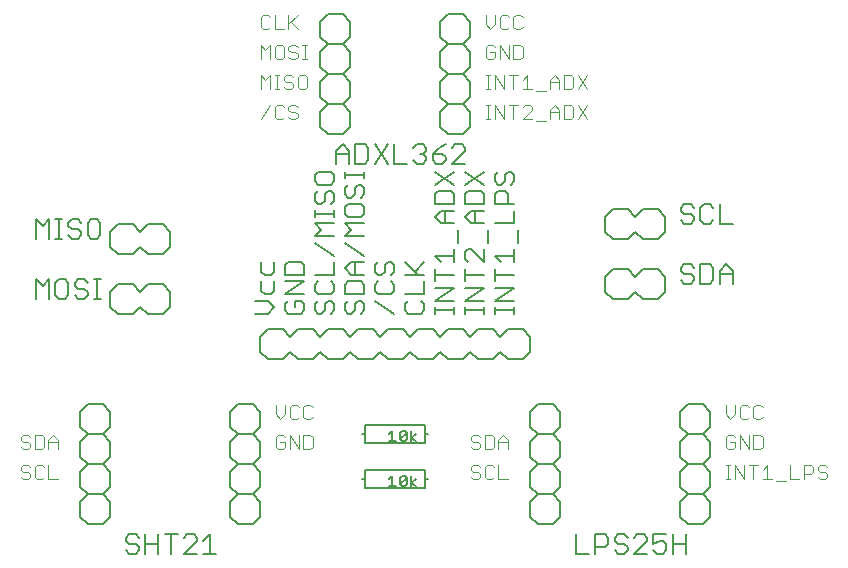
<source format=gto>
G04 This is an RS-274x file exported by *
G04 gerbv version 2.6.1 *
G04 More information is available about gerbv at *
G04 http://gerbv.geda-project.org/ *
G04 --End of header info--*
%MOIN*%
%FSLAX34Y34*%
%IPPOS*%
G04 --Define apertures--*
%ADD10C,0.0060*%
%ADD11C,0.0040*%
%ADD12C,0.0080*%
G04 --Start main section--*
G54D10*
G01X0005100Y0002850D02*
G01X0005100Y0003350D01*
G01X0005100Y0003350D02*
G01X0005350Y0003600D01*
G01X0005350Y0003600D02*
G01X0005100Y0003850D01*
G01X0005100Y0003850D02*
G01X0005100Y0004350D01*
G01X0005100Y0004350D02*
G01X0005350Y0004600D01*
G01X0005350Y0004600D02*
G01X0005100Y0004850D01*
G01X0005100Y0004850D02*
G01X0005100Y0005350D01*
G01X0005100Y0005350D02*
G01X0005350Y0005600D01*
G01X0005350Y0005600D02*
G01X0005100Y0005850D01*
G01X0005100Y0005850D02*
G01X0005100Y0006350D01*
G01X0005100Y0006350D02*
G01X0005350Y0006600D01*
G01X0005350Y0006600D02*
G01X0005850Y0006600D01*
G01X0005850Y0006600D02*
G01X0006100Y0006350D01*
G01X0006100Y0006350D02*
G01X0006100Y0005850D01*
G01X0006100Y0005850D02*
G01X0005850Y0005600D01*
G01X0005850Y0005600D02*
G01X0006100Y0005350D01*
G01X0006100Y0005350D02*
G01X0006100Y0004850D01*
G01X0006100Y0004850D02*
G01X0005850Y0004600D01*
G01X0005850Y0004600D02*
G01X0005350Y0004600D01*
G01X0005850Y0004600D02*
G01X0006100Y0004350D01*
G01X0006100Y0004350D02*
G01X0006100Y0003850D01*
G01X0006100Y0003850D02*
G01X0005850Y0003600D01*
G01X0005850Y0003600D02*
G01X0006100Y0003350D01*
G01X0006100Y0003350D02*
G01X0006100Y0002850D01*
G01X0006100Y0002850D02*
G01X0005850Y0002600D01*
G01X0005850Y0002600D02*
G01X0005350Y0002600D01*
G01X0005350Y0002600D02*
G01X0005100Y0002850D01*
G01X0005350Y0003600D02*
G01X0005850Y0003600D01*
G01X0006737Y0002271D02*
G01X0006630Y0002164D01*
G01X0006630Y0002164D02*
G01X0006630Y0002057D01*
G01X0006630Y0002057D02*
G01X0006737Y0001950D01*
G01X0006737Y0001950D02*
G01X0006950Y0001950D01*
G01X0006950Y0001950D02*
G01X0007057Y0001844D01*
G01X0007057Y0001844D02*
G01X0007057Y0001737D01*
G01X0007057Y0001737D02*
G01X0006950Y0001630D01*
G01X0006950Y0001630D02*
G01X0006737Y0001630D01*
G01X0006737Y0001630D02*
G01X0006630Y0001737D01*
G01X0006737Y0002271D02*
G01X0006950Y0002271D01*
G01X0006950Y0002271D02*
G01X0007057Y0002164D01*
G01X0007275Y0002271D02*
G01X0007275Y0001630D01*
G01X0007702Y0001630D02*
G01X0007702Y0002271D01*
G01X0007919Y0002271D02*
G01X0008346Y0002271D01*
G01X0008133Y0002271D02*
G01X0008133Y0001630D01*
G01X0008564Y0001630D02*
G01X0008991Y0002057D01*
G01X0008991Y0002057D02*
G01X0008991Y0002164D01*
G01X0008991Y0002164D02*
G01X0008884Y0002271D01*
G01X0008884Y0002271D02*
G01X0008670Y0002271D01*
G01X0008670Y0002271D02*
G01X0008564Y0002164D01*
G01X0009208Y0002057D02*
G01X0009422Y0002271D01*
G01X0009422Y0002271D02*
G01X0009422Y0001630D01*
G01X0009208Y0001630D02*
G01X0009635Y0001630D01*
G01X0008991Y0001630D02*
G01X0008564Y0001630D01*
G01X0007702Y0001950D02*
G01X0007275Y0001950D01*
G01X0010100Y0002850D02*
G01X0010100Y0003350D01*
G01X0010100Y0003350D02*
G01X0010350Y0003600D01*
G01X0010350Y0003600D02*
G01X0010100Y0003850D01*
G01X0010100Y0003850D02*
G01X0010100Y0004350D01*
G01X0010100Y0004350D02*
G01X0010350Y0004600D01*
G01X0010350Y0004600D02*
G01X0010100Y0004850D01*
G01X0010100Y0004850D02*
G01X0010100Y0005350D01*
G01X0010100Y0005350D02*
G01X0010350Y0005600D01*
G01X0010350Y0005600D02*
G01X0010100Y0005850D01*
G01X0010100Y0005850D02*
G01X0010100Y0006350D01*
G01X0010100Y0006350D02*
G01X0010350Y0006600D01*
G01X0010350Y0006600D02*
G01X0010850Y0006600D01*
G01X0010850Y0006600D02*
G01X0011100Y0006350D01*
G01X0011100Y0006350D02*
G01X0011100Y0005850D01*
G01X0011100Y0005850D02*
G01X0010850Y0005600D01*
G01X0010850Y0005600D02*
G01X0011100Y0005350D01*
G01X0011100Y0005350D02*
G01X0011100Y0004850D01*
G01X0011100Y0004850D02*
G01X0010850Y0004600D01*
G01X0010850Y0004600D02*
G01X0010350Y0004600D01*
G01X0010850Y0004600D02*
G01X0011100Y0004350D01*
G01X0011100Y0004350D02*
G01X0011100Y0003850D01*
G01X0011100Y0003850D02*
G01X0010850Y0003600D01*
G01X0010850Y0003600D02*
G01X0011100Y0003350D01*
G01X0011100Y0003350D02*
G01X0011100Y0002850D01*
G01X0011100Y0002850D02*
G01X0010850Y0002600D01*
G01X0010850Y0002600D02*
G01X0010350Y0002600D01*
G01X0010350Y0002600D02*
G01X0010100Y0002850D01*
G01X0010350Y0003600D02*
G01X0010850Y0003600D01*
G01X0010850Y0005600D02*
G01X0010350Y0005600D01*
G01X0005850Y0005600D02*
G01X0005350Y0005600D01*
G01X0010930Y0009630D02*
G01X0011357Y0009630D01*
G01X0011357Y0009630D02*
G01X0011570Y0009844D01*
G01X0011570Y0009844D02*
G01X0011357Y0010057D01*
G01X0011357Y0010057D02*
G01X0010930Y0010057D01*
G01X0011250Y0010275D02*
G01X0011463Y0010275D01*
G01X0011463Y0010275D02*
G01X0011570Y0010381D01*
G01X0011570Y0010381D02*
G01X0011570Y0010702D01*
G01X0011463Y0010919D02*
G01X0011570Y0011026D01*
G01X0011570Y0011026D02*
G01X0011570Y0011346D01*
G01X0011930Y0011239D02*
G01X0011930Y0010919D01*
G01X0011930Y0010919D02*
G01X0012570Y0010919D01*
G01X0012570Y0010919D02*
G01X0012570Y0011239D01*
G01X0012570Y0011239D02*
G01X0012463Y0011346D01*
G01X0012463Y0011346D02*
G01X0012036Y0011346D01*
G01X0012036Y0011346D02*
G01X0011930Y0011239D01*
G01X0011463Y0010919D02*
G01X0011250Y0010919D01*
G01X0011250Y0010919D02*
G01X0011143Y0011026D01*
G01X0011143Y0011026D02*
G01X0011143Y0011346D01*
G01X0011143Y0010702D02*
G01X0011143Y0010381D01*
G01X0011143Y0010381D02*
G01X0011250Y0010275D01*
G01X0011930Y0010275D02*
G01X0012570Y0010702D01*
G01X0012570Y0010702D02*
G01X0011930Y0010702D01*
G01X0011930Y0010275D02*
G01X0012570Y0010275D01*
G01X0012463Y0010057D02*
G01X0012250Y0010057D01*
G01X0012250Y0010057D02*
G01X0012250Y0009844D01*
G01X0012036Y0009630D02*
G01X0012463Y0009630D01*
G01X0012463Y0009630D02*
G01X0012570Y0009737D01*
G01X0012570Y0009737D02*
G01X0012570Y0009950D01*
G01X0012570Y0009950D02*
G01X0012463Y0010057D01*
G01X0012930Y0009950D02*
G01X0012930Y0009737D01*
G01X0012930Y0009737D02*
G01X0013036Y0009630D01*
G01X0013036Y0009630D02*
G01X0013143Y0009630D01*
G01X0013143Y0009630D02*
G01X0013250Y0009737D01*
G01X0013250Y0009737D02*
G01X0013250Y0009950D01*
G01X0013250Y0009950D02*
G01X0013357Y0010057D01*
G01X0013357Y0010057D02*
G01X0013463Y0010057D01*
G01X0013463Y0010057D02*
G01X0013570Y0009950D01*
G01X0013570Y0009950D02*
G01X0013570Y0009737D01*
G01X0013570Y0009737D02*
G01X0013463Y0009630D01*
G01X0013930Y0009737D02*
G01X0014036Y0009630D01*
G01X0014036Y0009630D02*
G01X0014143Y0009630D01*
G01X0014143Y0009630D02*
G01X0014250Y0009737D01*
G01X0014250Y0009737D02*
G01X0014250Y0009950D01*
G01X0014250Y0009950D02*
G01X0014357Y0010057D01*
G01X0014357Y0010057D02*
G01X0014463Y0010057D01*
G01X0014463Y0010057D02*
G01X0014570Y0009950D01*
G01X0014570Y0009950D02*
G01X0014570Y0009737D01*
G01X0014570Y0009737D02*
G01X0014463Y0009630D01*
G01X0013930Y0009737D02*
G01X0013930Y0009950D01*
G01X0013930Y0009950D02*
G01X0014036Y0010057D01*
G01X0013930Y0010275D02*
G01X0013930Y0010595D01*
G01X0013930Y0010595D02*
G01X0014036Y0010702D01*
G01X0014036Y0010702D02*
G01X0014463Y0010702D01*
G01X0014463Y0010702D02*
G01X0014570Y0010595D01*
G01X0014570Y0010595D02*
G01X0014570Y0010275D01*
G01X0014570Y0010275D02*
G01X0013930Y0010275D01*
G01X0013570Y0010381D02*
G01X0013570Y0010595D01*
G01X0013570Y0010595D02*
G01X0013463Y0010702D01*
G01X0013570Y0010919D02*
G01X0013570Y0011346D01*
G01X0013570Y0011564D02*
G01X0012930Y0011991D01*
G01X0012930Y0012208D02*
G01X0013143Y0012422D01*
G01X0013143Y0012422D02*
G01X0012930Y0012635D01*
G01X0012930Y0012635D02*
G01X0013570Y0012635D01*
G01X0013570Y0012853D02*
G01X0013570Y0013066D01*
G01X0013570Y0012960D02*
G01X0012930Y0012960D01*
G01X0012930Y0012853D02*
G01X0012930Y0013066D01*
G01X0013036Y0013282D02*
G01X0013143Y0013282D01*
G01X0013143Y0013282D02*
G01X0013250Y0013389D01*
G01X0013250Y0013389D02*
G01X0013250Y0013603D01*
G01X0013250Y0013603D02*
G01X0013357Y0013709D01*
G01X0013357Y0013709D02*
G01X0013463Y0013709D01*
G01X0013463Y0013709D02*
G01X0013570Y0013603D01*
G01X0013570Y0013603D02*
G01X0013570Y0013389D01*
G01X0013570Y0013389D02*
G01X0013463Y0013282D01*
G01X0013930Y0013173D02*
G01X0014036Y0013280D01*
G01X0014036Y0013280D02*
G01X0014463Y0013280D01*
G01X0014463Y0013280D02*
G01X0014570Y0013173D01*
G01X0014570Y0013173D02*
G01X0014570Y0012960D01*
G01X0014570Y0012960D02*
G01X0014463Y0012853D01*
G01X0014463Y0012853D02*
G01X0014036Y0012853D01*
G01X0014036Y0012853D02*
G01X0013930Y0012960D01*
G01X0013930Y0012960D02*
G01X0013930Y0013173D01*
G01X0014036Y0013497D02*
G01X0013930Y0013604D01*
G01X0013930Y0013604D02*
G01X0013930Y0013818D01*
G01X0013930Y0013818D02*
G01X0014036Y0013924D01*
G01X0014250Y0013818D02*
G01X0014357Y0013924D01*
G01X0014357Y0013924D02*
G01X0014463Y0013924D01*
G01X0014463Y0013924D02*
G01X0014570Y0013818D01*
G01X0014570Y0013818D02*
G01X0014570Y0013604D01*
G01X0014570Y0013604D02*
G01X0014463Y0013497D01*
G01X0014250Y0013604D02*
G01X0014250Y0013818D01*
G01X0014250Y0013604D02*
G01X0014143Y0013497D01*
G01X0014143Y0013497D02*
G01X0014036Y0013497D01*
G01X0013570Y0014034D02*
G01X0013570Y0014247D01*
G01X0013570Y0014247D02*
G01X0013463Y0014354D01*
G01X0013463Y0014354D02*
G01X0013036Y0014354D01*
G01X0013036Y0014354D02*
G01X0012930Y0014247D01*
G01X0012930Y0014247D02*
G01X0012930Y0014034D01*
G01X0012930Y0014034D02*
G01X0013036Y0013927D01*
G01X0013036Y0013927D02*
G01X0013463Y0013927D01*
G01X0013463Y0013927D02*
G01X0013570Y0014034D01*
G01X0013930Y0014142D02*
G01X0013930Y0014355D01*
G01X0013930Y0014249D02*
G01X0014570Y0014249D01*
G01X0014570Y0014142D02*
G01X0014570Y0014355D01*
G01X0014595Y0014630D02*
G01X0014275Y0014630D01*
G01X0014275Y0014630D02*
G01X0014275Y0015271D01*
G01X0014275Y0015271D02*
G01X0014595Y0015271D01*
G01X0014595Y0015271D02*
G01X0014702Y0015164D01*
G01X0014702Y0015164D02*
G01X0014702Y0014737D01*
G01X0014702Y0014737D02*
G01X0014595Y0014630D01*
G01X0014057Y0014630D02*
G01X0014057Y0015057D01*
G01X0014057Y0015057D02*
G01X0013844Y0015271D01*
G01X0013844Y0015271D02*
G01X0013630Y0015057D01*
G01X0013630Y0015057D02*
G01X0013630Y0014630D01*
G01X0013630Y0014950D02*
G01X0014057Y0014950D01*
G01X0013850Y0015600D02*
G01X0013350Y0015600D01*
G01X0013350Y0015600D02*
G01X0013100Y0015850D01*
G01X0013100Y0015850D02*
G01X0013100Y0016350D01*
G01X0013100Y0016350D02*
G01X0013350Y0016600D01*
G01X0013350Y0016600D02*
G01X0013100Y0016850D01*
G01X0013100Y0016850D02*
G01X0013100Y0017350D01*
G01X0013100Y0017350D02*
G01X0013350Y0017600D01*
G01X0013350Y0017600D02*
G01X0013100Y0017850D01*
G01X0013100Y0017850D02*
G01X0013100Y0018350D01*
G01X0013100Y0018350D02*
G01X0013350Y0018600D01*
G01X0013350Y0018600D02*
G01X0013100Y0018850D01*
G01X0013100Y0018850D02*
G01X0013100Y0019350D01*
G01X0013100Y0019350D02*
G01X0013350Y0019600D01*
G01X0013350Y0019600D02*
G01X0013850Y0019600D01*
G01X0013850Y0019600D02*
G01X0014100Y0019350D01*
G01X0014100Y0019350D02*
G01X0014100Y0018850D01*
G01X0014100Y0018850D02*
G01X0013850Y0018600D01*
G01X0013850Y0018600D02*
G01X0014100Y0018350D01*
G01X0014100Y0018350D02*
G01X0014100Y0017850D01*
G01X0014100Y0017850D02*
G01X0013850Y0017600D01*
G01X0013850Y0017600D02*
G01X0013350Y0017600D01*
G01X0013850Y0017600D02*
G01X0014100Y0017350D01*
G01X0014100Y0017350D02*
G01X0014100Y0016850D01*
G01X0014100Y0016850D02*
G01X0013850Y0016600D01*
G01X0013850Y0016600D02*
G01X0014100Y0016350D01*
G01X0014100Y0016350D02*
G01X0014100Y0015850D01*
G01X0014100Y0015850D02*
G01X0013850Y0015600D01*
G01X0014919Y0015271D02*
G01X0015346Y0014630D01*
G01X0015564Y0014630D02*
G01X0015991Y0014630D01*
G01X0016208Y0014737D02*
G01X0016315Y0014630D01*
G01X0016315Y0014630D02*
G01X0016529Y0014630D01*
G01X0016529Y0014630D02*
G01X0016635Y0014737D01*
G01X0016635Y0014737D02*
G01X0016635Y0014844D01*
G01X0016635Y0014844D02*
G01X0016529Y0014950D01*
G01X0016529Y0014950D02*
G01X0016422Y0014950D01*
G01X0016529Y0014950D02*
G01X0016635Y0015057D01*
G01X0016635Y0015057D02*
G01X0016635Y0015164D01*
G01X0016635Y0015164D02*
G01X0016529Y0015271D01*
G01X0016529Y0015271D02*
G01X0016315Y0015271D01*
G01X0016315Y0015271D02*
G01X0016208Y0015164D01*
G01X0015564Y0015271D02*
G01X0015564Y0014630D01*
G01X0014919Y0014630D02*
G01X0015346Y0015271D01*
G01X0016853Y0014950D02*
G01X0016853Y0014737D01*
G01X0016853Y0014737D02*
G01X0016960Y0014630D01*
G01X0016960Y0014630D02*
G01X0017173Y0014630D01*
G01X0017173Y0014630D02*
G01X0017280Y0014737D01*
G01X0017280Y0014737D02*
G01X0017280Y0014844D01*
G01X0017280Y0014844D02*
G01X0017173Y0014950D01*
G01X0017173Y0014950D02*
G01X0016853Y0014950D01*
G01X0016853Y0014950D02*
G01X0017066Y0015164D01*
G01X0017066Y0015164D02*
G01X0017280Y0015271D01*
G01X0017497Y0015164D02*
G01X0017604Y0015271D01*
G01X0017604Y0015271D02*
G01X0017818Y0015271D01*
G01X0017818Y0015271D02*
G01X0017924Y0015164D01*
G01X0017924Y0015164D02*
G01X0017924Y0015057D01*
G01X0017924Y0015057D02*
G01X0017497Y0014630D01*
G01X0017497Y0014630D02*
G01X0017924Y0014630D01*
G01X0017930Y0014354D02*
G01X0018570Y0013927D01*
G01X0018463Y0013709D02*
G01X0018036Y0013709D01*
G01X0018036Y0013709D02*
G01X0017930Y0013603D01*
G01X0017930Y0013603D02*
G01X0017930Y0013282D01*
G01X0017930Y0013282D02*
G01X0018570Y0013282D01*
G01X0018570Y0013282D02*
G01X0018570Y0013603D01*
G01X0018570Y0013603D02*
G01X0018463Y0013709D01*
G01X0018930Y0013603D02*
G01X0019036Y0013709D01*
G01X0019036Y0013709D02*
G01X0019250Y0013709D01*
G01X0019250Y0013709D02*
G01X0019357Y0013603D01*
G01X0019357Y0013603D02*
G01X0019357Y0013282D01*
G01X0019570Y0013282D02*
G01X0018930Y0013282D01*
G01X0018930Y0013282D02*
G01X0018930Y0013603D01*
G01X0019036Y0013927D02*
G01X0018930Y0014034D01*
G01X0018930Y0014034D02*
G01X0018930Y0014247D01*
G01X0018930Y0014247D02*
G01X0019036Y0014354D01*
G01X0019250Y0014247D02*
G01X0019357Y0014354D01*
G01X0019357Y0014354D02*
G01X0019463Y0014354D01*
G01X0019463Y0014354D02*
G01X0019570Y0014247D01*
G01X0019570Y0014247D02*
G01X0019570Y0014034D01*
G01X0019570Y0014034D02*
G01X0019463Y0013927D01*
G01X0019250Y0014034D02*
G01X0019250Y0014247D01*
G01X0019250Y0014034D02*
G01X0019143Y0013927D01*
G01X0019143Y0013927D02*
G01X0019036Y0013927D01*
G01X0018570Y0014354D02*
G01X0017930Y0013927D01*
G01X0017570Y0013927D02*
G01X0016930Y0014354D01*
G01X0016930Y0013927D02*
G01X0017570Y0014354D01*
G01X0017463Y0013709D02*
G01X0017036Y0013709D01*
G01X0017036Y0013709D02*
G01X0016930Y0013603D01*
G01X0016930Y0013603D02*
G01X0016930Y0013282D01*
G01X0016930Y0013282D02*
G01X0017570Y0013282D01*
G01X0017570Y0013282D02*
G01X0017570Y0013603D01*
G01X0017570Y0013603D02*
G01X0017463Y0013709D01*
G01X0017570Y0013065D02*
G01X0017143Y0013065D01*
G01X0017143Y0013065D02*
G01X0016930Y0012851D01*
G01X0016930Y0012851D02*
G01X0017143Y0012638D01*
G01X0017143Y0012638D02*
G01X0017570Y0012638D01*
G01X0017677Y0012420D02*
G01X0017677Y0011993D01*
G01X0017570Y0011776D02*
G01X0017570Y0011349D01*
G01X0017570Y0011562D02*
G01X0016930Y0011562D01*
G01X0016930Y0011562D02*
G01X0017143Y0011349D01*
G01X0016930Y0011131D02*
G01X0016930Y0010704D01*
G01X0016930Y0010918D02*
G01X0017570Y0010918D01*
G01X0017930Y0010918D02*
G01X0018570Y0010918D01*
G01X0018930Y0010918D02*
G01X0019570Y0010918D01*
G01X0019570Y0011349D02*
G01X0019570Y0011776D01*
G01X0019570Y0011562D02*
G01X0018930Y0011562D01*
G01X0018930Y0011562D02*
G01X0019143Y0011349D01*
G01X0018930Y0011131D02*
G01X0018930Y0010704D01*
G01X0018930Y0010487D02*
G01X0019570Y0010487D01*
G01X0019570Y0010487D02*
G01X0018930Y0010060D01*
G01X0018930Y0010060D02*
G01X0019570Y0010060D01*
G01X0019570Y0009844D02*
G01X0019570Y0009630D01*
G01X0019570Y0009737D02*
G01X0018930Y0009737D01*
G01X0018930Y0009844D02*
G01X0018930Y0009630D01*
G01X0018570Y0009630D02*
G01X0018570Y0009844D01*
G01X0018570Y0009737D02*
G01X0017930Y0009737D01*
G01X0017930Y0009844D02*
G01X0017930Y0009630D01*
G01X0017570Y0009630D02*
G01X0017570Y0009844D01*
G01X0017570Y0009737D02*
G01X0016930Y0009737D01*
G01X0016930Y0009844D02*
G01X0016930Y0009630D01*
G01X0016570Y0009737D02*
G01X0016570Y0009950D01*
G01X0016570Y0009950D02*
G01X0016463Y0010057D01*
G01X0016570Y0010275D02*
G01X0015930Y0010275D01*
G01X0016036Y0010057D02*
G01X0015930Y0009950D01*
G01X0015930Y0009950D02*
G01X0015930Y0009737D01*
G01X0015930Y0009737D02*
G01X0016036Y0009630D01*
G01X0016036Y0009630D02*
G01X0016463Y0009630D01*
G01X0016463Y0009630D02*
G01X0016570Y0009737D01*
G01X0016930Y0010060D02*
G01X0017570Y0010487D01*
G01X0017570Y0010487D02*
G01X0016930Y0010487D01*
G01X0016570Y0010275D02*
G01X0016570Y0010702D01*
G01X0016570Y0010919D02*
G01X0015930Y0010919D01*
G01X0016250Y0011026D02*
G01X0016570Y0011346D01*
G01X0016357Y0010919D02*
G01X0015930Y0011346D01*
G01X0015570Y0011239D02*
G01X0015570Y0011026D01*
G01X0015570Y0011026D02*
G01X0015463Y0010919D01*
G01X0015463Y0010702D02*
G01X0015570Y0010595D01*
G01X0015570Y0010595D02*
G01X0015570Y0010381D01*
G01X0015570Y0010381D02*
G01X0015463Y0010275D01*
G01X0015463Y0010275D02*
G01X0015036Y0010275D01*
G01X0015036Y0010275D02*
G01X0014930Y0010381D01*
G01X0014930Y0010381D02*
G01X0014930Y0010595D01*
G01X0014930Y0010595D02*
G01X0015036Y0010702D01*
G01X0015036Y0010919D02*
G01X0015143Y0010919D01*
G01X0015143Y0010919D02*
G01X0015250Y0011026D01*
G01X0015250Y0011026D02*
G01X0015250Y0011239D01*
G01X0015250Y0011239D02*
G01X0015357Y0011346D01*
G01X0015357Y0011346D02*
G01X0015463Y0011346D01*
G01X0015463Y0011346D02*
G01X0015570Y0011239D01*
G01X0015036Y0011346D02*
G01X0014930Y0011239D01*
G01X0014930Y0011239D02*
G01X0014930Y0011026D01*
G01X0014930Y0011026D02*
G01X0015036Y0010919D01*
G01X0014570Y0010919D02*
G01X0014143Y0010919D01*
G01X0014143Y0010919D02*
G01X0013930Y0011133D01*
G01X0013930Y0011133D02*
G01X0014143Y0011346D01*
G01X0014143Y0011346D02*
G01X0014570Y0011346D01*
G01X0014570Y0011564D02*
G01X0013930Y0011991D01*
G01X0013930Y0012208D02*
G01X0014143Y0012422D01*
G01X0014143Y0012422D02*
G01X0013930Y0012635D01*
G01X0013930Y0012635D02*
G01X0014570Y0012635D01*
G01X0014570Y0012208D02*
G01X0013930Y0012208D01*
G01X0013570Y0012208D02*
G01X0012930Y0012208D01*
G01X0014250Y0011346D02*
G01X0014250Y0010919D01*
G01X0013570Y0010919D02*
G01X0012930Y0010919D01*
G01X0013036Y0010702D02*
G01X0012930Y0010595D01*
G01X0012930Y0010595D02*
G01X0012930Y0010381D01*
G01X0012930Y0010381D02*
G01X0013036Y0010275D01*
G01X0013036Y0010275D02*
G01X0013463Y0010275D01*
G01X0013463Y0010275D02*
G01X0013570Y0010381D01*
G01X0013036Y0010057D02*
G01X0012930Y0009950D01*
G01X0012036Y0010057D02*
G01X0011930Y0009950D01*
G01X0011930Y0009950D02*
G01X0011930Y0009737D01*
G01X0011930Y0009737D02*
G01X0012036Y0009630D01*
G01X0014930Y0010057D02*
G01X0015570Y0009630D01*
G01X0016930Y0010060D02*
G01X0017570Y0010060D01*
G01X0017930Y0010060D02*
G01X0018570Y0010487D01*
G01X0018570Y0010487D02*
G01X0017930Y0010487D01*
G01X0017930Y0010704D02*
G01X0017930Y0011131D01*
G01X0018036Y0011349D02*
G01X0017930Y0011456D01*
G01X0017930Y0011456D02*
G01X0017930Y0011669D01*
G01X0017930Y0011669D02*
G01X0018036Y0011776D01*
G01X0018036Y0011776D02*
G01X0018143Y0011776D01*
G01X0018143Y0011776D02*
G01X0018570Y0011349D01*
G01X0018570Y0011349D02*
G01X0018570Y0011776D01*
G01X0018677Y0011993D02*
G01X0018677Y0012420D01*
G01X0018570Y0012638D02*
G01X0018143Y0012638D01*
G01X0018143Y0012638D02*
G01X0017930Y0012851D01*
G01X0017930Y0012851D02*
G01X0018143Y0013065D01*
G01X0018143Y0013065D02*
G01X0018570Y0013065D01*
G01X0018250Y0013065D02*
G01X0018250Y0012638D01*
G01X0018930Y0012638D02*
G01X0019570Y0012638D01*
G01X0019570Y0012638D02*
G01X0019570Y0013065D01*
G01X0019677Y0012420D02*
G01X0019677Y0011993D01*
G01X0017250Y0012638D02*
G01X0017250Y0013065D01*
G01X0017350Y0015600D02*
G01X0017100Y0015850D01*
G01X0017100Y0015850D02*
G01X0017100Y0016350D01*
G01X0017100Y0016350D02*
G01X0017350Y0016600D01*
G01X0017350Y0016600D02*
G01X0017100Y0016850D01*
G01X0017100Y0016850D02*
G01X0017100Y0017350D01*
G01X0017100Y0017350D02*
G01X0017350Y0017600D01*
G01X0017350Y0017600D02*
G01X0017100Y0017850D01*
G01X0017100Y0017850D02*
G01X0017100Y0018350D01*
G01X0017100Y0018350D02*
G01X0017350Y0018600D01*
G01X0017350Y0018600D02*
G01X0017100Y0018850D01*
G01X0017100Y0018850D02*
G01X0017100Y0019350D01*
G01X0017100Y0019350D02*
G01X0017350Y0019600D01*
G01X0017350Y0019600D02*
G01X0017850Y0019600D01*
G01X0017850Y0019600D02*
G01X0018100Y0019350D01*
G01X0018100Y0019350D02*
G01X0018100Y0018850D01*
G01X0018100Y0018850D02*
G01X0017850Y0018600D01*
G01X0017850Y0018600D02*
G01X0018100Y0018350D01*
G01X0018100Y0018350D02*
G01X0018100Y0017850D01*
G01X0018100Y0017850D02*
G01X0017850Y0017600D01*
G01X0017850Y0017600D02*
G01X0017350Y0017600D01*
G01X0017850Y0017600D02*
G01X0018100Y0017350D01*
G01X0018100Y0017350D02*
G01X0018100Y0016850D01*
G01X0018100Y0016850D02*
G01X0017850Y0016600D01*
G01X0017850Y0016600D02*
G01X0018100Y0016350D01*
G01X0018100Y0016350D02*
G01X0018100Y0015850D01*
G01X0018100Y0015850D02*
G01X0017850Y0015600D01*
G01X0017850Y0015600D02*
G01X0017350Y0015600D01*
G01X0017350Y0016600D02*
G01X0017850Y0016600D01*
G01X0017850Y0018600D02*
G01X0017350Y0018600D01*
G01X0013850Y0018600D02*
G01X0013350Y0018600D01*
G01X0013350Y0016600D02*
G01X0013850Y0016600D01*
G01X0013036Y0013709D02*
G01X0012930Y0013603D01*
G01X0012930Y0013603D02*
G01X0012930Y0013389D01*
G01X0012930Y0013389D02*
G01X0013036Y0013282D01*
G01X0017930Y0010060D02*
G01X0018570Y0010060D01*
G01X0020350Y0006600D02*
G01X0020100Y0006350D01*
G01X0020100Y0006350D02*
G01X0020100Y0005850D01*
G01X0020100Y0005850D02*
G01X0020350Y0005600D01*
G01X0020350Y0005600D02*
G01X0020100Y0005350D01*
G01X0020100Y0005350D02*
G01X0020100Y0004850D01*
G01X0020100Y0004850D02*
G01X0020350Y0004600D01*
G01X0020350Y0004600D02*
G01X0020850Y0004600D01*
G01X0020850Y0004600D02*
G01X0021100Y0004850D01*
G01X0021100Y0004850D02*
G01X0021100Y0005350D01*
G01X0021100Y0005350D02*
G01X0020850Y0005600D01*
G01X0020850Y0005600D02*
G01X0020350Y0005600D01*
G01X0020850Y0005600D02*
G01X0021100Y0005850D01*
G01X0021100Y0005850D02*
G01X0021100Y0006350D01*
G01X0021100Y0006350D02*
G01X0020850Y0006600D01*
G01X0020850Y0006600D02*
G01X0020350Y0006600D01*
G01X0020350Y0004600D02*
G01X0020100Y0004350D01*
G01X0020100Y0004350D02*
G01X0020100Y0003850D01*
G01X0020100Y0003850D02*
G01X0020350Y0003600D01*
G01X0020350Y0003600D02*
G01X0020100Y0003350D01*
G01X0020100Y0003350D02*
G01X0020100Y0002850D01*
G01X0020100Y0002850D02*
G01X0020350Y0002600D01*
G01X0020350Y0002600D02*
G01X0020850Y0002600D01*
G01X0020850Y0002600D02*
G01X0021100Y0002850D01*
G01X0021100Y0002850D02*
G01X0021100Y0003350D01*
G01X0021100Y0003350D02*
G01X0020850Y0003600D01*
G01X0020850Y0003600D02*
G01X0020350Y0003600D01*
G01X0020850Y0003600D02*
G01X0021100Y0003850D01*
G01X0021100Y0003850D02*
G01X0021100Y0004350D01*
G01X0021100Y0004350D02*
G01X0020850Y0004600D01*
G01X0021630Y0002271D02*
G01X0021630Y0001630D01*
G01X0021630Y0001630D02*
G01X0022057Y0001630D01*
G01X0022275Y0001630D02*
G01X0022275Y0002271D01*
G01X0022275Y0002271D02*
G01X0022595Y0002271D01*
G01X0022595Y0002271D02*
G01X0022702Y0002164D01*
G01X0022702Y0002164D02*
G01X0022702Y0001950D01*
G01X0022702Y0001950D02*
G01X0022595Y0001844D01*
G01X0022595Y0001844D02*
G01X0022275Y0001844D01*
G01X0022919Y0001737D02*
G01X0023026Y0001630D01*
G01X0023026Y0001630D02*
G01X0023239Y0001630D01*
G01X0023239Y0001630D02*
G01X0023346Y0001737D01*
G01X0023346Y0001737D02*
G01X0023346Y0001844D01*
G01X0023346Y0001844D02*
G01X0023239Y0001950D01*
G01X0023239Y0001950D02*
G01X0023026Y0001950D01*
G01X0023026Y0001950D02*
G01X0022919Y0002057D01*
G01X0022919Y0002057D02*
G01X0022919Y0002164D01*
G01X0022919Y0002164D02*
G01X0023026Y0002271D01*
G01X0023026Y0002271D02*
G01X0023239Y0002271D01*
G01X0023239Y0002271D02*
G01X0023346Y0002164D01*
G01X0023564Y0002164D02*
G01X0023670Y0002271D01*
G01X0023670Y0002271D02*
G01X0023884Y0002271D01*
G01X0023884Y0002271D02*
G01X0023991Y0002164D01*
G01X0023991Y0002164D02*
G01X0023991Y0002057D01*
G01X0023991Y0002057D02*
G01X0023564Y0001630D01*
G01X0023564Y0001630D02*
G01X0023991Y0001630D01*
G01X0024208Y0001737D02*
G01X0024315Y0001630D01*
G01X0024315Y0001630D02*
G01X0024529Y0001630D01*
G01X0024529Y0001630D02*
G01X0024635Y0001737D01*
G01X0024635Y0001737D02*
G01X0024635Y0001950D01*
G01X0024635Y0001950D02*
G01X0024529Y0002057D01*
G01X0024529Y0002057D02*
G01X0024422Y0002057D01*
G01X0024422Y0002057D02*
G01X0024208Y0001950D01*
G01X0024208Y0001950D02*
G01X0024208Y0002271D01*
G01X0024208Y0002271D02*
G01X0024635Y0002271D01*
G01X0024853Y0002271D02*
G01X0024853Y0001630D01*
G01X0024853Y0001950D02*
G01X0025280Y0001950D01*
G01X0025280Y0002271D02*
G01X0025280Y0001630D01*
G01X0025350Y0002600D02*
G01X0025100Y0002850D01*
G01X0025100Y0002850D02*
G01X0025100Y0003350D01*
G01X0025100Y0003350D02*
G01X0025350Y0003600D01*
G01X0025350Y0003600D02*
G01X0025100Y0003850D01*
G01X0025100Y0003850D02*
G01X0025100Y0004350D01*
G01X0025100Y0004350D02*
G01X0025350Y0004600D01*
G01X0025350Y0004600D02*
G01X0025100Y0004850D01*
G01X0025100Y0004850D02*
G01X0025100Y0005350D01*
G01X0025100Y0005350D02*
G01X0025350Y0005600D01*
G01X0025350Y0005600D02*
G01X0025100Y0005850D01*
G01X0025100Y0005850D02*
G01X0025100Y0006350D01*
G01X0025100Y0006350D02*
G01X0025350Y0006600D01*
G01X0025350Y0006600D02*
G01X0025850Y0006600D01*
G01X0025850Y0006600D02*
G01X0026100Y0006350D01*
G01X0026100Y0006350D02*
G01X0026100Y0005850D01*
G01X0026100Y0005850D02*
G01X0025850Y0005600D01*
G01X0025850Y0005600D02*
G01X0026100Y0005350D01*
G01X0026100Y0005350D02*
G01X0026100Y0004850D01*
G01X0026100Y0004850D02*
G01X0025850Y0004600D01*
G01X0025850Y0004600D02*
G01X0025350Y0004600D01*
G01X0025850Y0004600D02*
G01X0026100Y0004350D01*
G01X0026100Y0004350D02*
G01X0026100Y0003850D01*
G01X0026100Y0003850D02*
G01X0025850Y0003600D01*
G01X0025850Y0003600D02*
G01X0026100Y0003350D01*
G01X0026100Y0003350D02*
G01X0026100Y0002850D01*
G01X0026100Y0002850D02*
G01X0025850Y0002600D01*
G01X0025850Y0002600D02*
G01X0025350Y0002600D01*
G01X0025350Y0003600D02*
G01X0025850Y0003600D01*
G01X0025850Y0005600D02*
G01X0025350Y0005600D01*
G01X0025450Y0010630D02*
G01X0025237Y0010630D01*
G01X0025237Y0010630D02*
G01X0025130Y0010737D01*
G01X0025237Y0010950D02*
G01X0025450Y0010950D01*
G01X0025450Y0010950D02*
G01X0025557Y0010844D01*
G01X0025557Y0010844D02*
G01X0025557Y0010737D01*
G01X0025557Y0010737D02*
G01X0025450Y0010630D01*
G01X0025774Y0010630D02*
G01X0026095Y0010630D01*
G01X0026095Y0010630D02*
G01X0026202Y0010737D01*
G01X0026202Y0010737D02*
G01X0026202Y0011164D01*
G01X0026202Y0011164D02*
G01X0026095Y0011271D01*
G01X0026095Y0011271D02*
G01X0025774Y0011271D01*
G01X0025774Y0011271D02*
G01X0025774Y0010630D01*
G01X0025237Y0010950D02*
G01X0025130Y0011057D01*
G01X0025130Y0011057D02*
G01X0025130Y0011164D01*
G01X0025130Y0011164D02*
G01X0025237Y0011271D01*
G01X0025237Y0011271D02*
G01X0025450Y0011271D01*
G01X0025450Y0011271D02*
G01X0025557Y0011164D01*
G01X0026419Y0011057D02*
G01X0026419Y0010630D01*
G01X0026419Y0010950D02*
G01X0026846Y0010950D01*
G01X0026846Y0011057D02*
G01X0026846Y0010630D01*
G01X0026846Y0011057D02*
G01X0026633Y0011271D01*
G01X0026633Y0011271D02*
G01X0026419Y0011057D01*
G01X0026419Y0012630D02*
G01X0026846Y0012630D01*
G01X0026419Y0012630D02*
G01X0026419Y0013271D01*
G01X0026202Y0013164D02*
G01X0026095Y0013271D01*
G01X0026095Y0013271D02*
G01X0025881Y0013271D01*
G01X0025881Y0013271D02*
G01X0025774Y0013164D01*
G01X0025774Y0013164D02*
G01X0025774Y0012737D01*
G01X0025774Y0012737D02*
G01X0025881Y0012630D01*
G01X0025881Y0012630D02*
G01X0026095Y0012630D01*
G01X0026095Y0012630D02*
G01X0026202Y0012737D01*
G01X0025557Y0012737D02*
G01X0025450Y0012630D01*
G01X0025450Y0012630D02*
G01X0025237Y0012630D01*
G01X0025237Y0012630D02*
G01X0025130Y0012737D01*
G01X0025237Y0012950D02*
G01X0025450Y0012950D01*
G01X0025450Y0012950D02*
G01X0025557Y0012844D01*
G01X0025557Y0012844D02*
G01X0025557Y0012737D01*
G01X0025237Y0012950D02*
G01X0025130Y0013057D01*
G01X0025130Y0013057D02*
G01X0025130Y0013164D01*
G01X0025130Y0013164D02*
G01X0025237Y0013271D01*
G01X0025237Y0013271D02*
G01X0025450Y0013271D01*
G01X0025450Y0013271D02*
G01X0025557Y0013164D01*
G01X0016293Y0005607D02*
G01X0016123Y0005493D01*
G01X0016123Y0005493D02*
G01X0016293Y0005380D01*
G01X0016123Y0005380D02*
G01X0016123Y0005720D01*
G01X0015982Y0005664D02*
G01X0015755Y0005437D01*
G01X0015755Y0005437D02*
G01X0015812Y0005380D01*
G01X0015812Y0005380D02*
G01X0015925Y0005380D01*
G01X0015925Y0005380D02*
G01X0015982Y0005437D01*
G01X0015982Y0005437D02*
G01X0015982Y0005664D01*
G01X0015982Y0005664D02*
G01X0015925Y0005720D01*
G01X0015925Y0005720D02*
G01X0015812Y0005720D01*
G01X0015812Y0005720D02*
G01X0015755Y0005664D01*
G01X0015755Y0005664D02*
G01X0015755Y0005437D01*
G01X0015613Y0005380D02*
G01X0015386Y0005380D01*
G01X0015500Y0005380D02*
G01X0015500Y0005720D01*
G01X0015500Y0005720D02*
G01X0015386Y0005607D01*
G01X0015500Y0004220D02*
G01X0015500Y0003880D01*
G01X0015613Y0003880D02*
G01X0015386Y0003880D01*
G01X0015386Y0004107D02*
G01X0015500Y0004220D01*
G01X0015755Y0004164D02*
G01X0015755Y0003937D01*
G01X0015755Y0003937D02*
G01X0015982Y0004164D01*
G01X0015982Y0004164D02*
G01X0015982Y0003937D01*
G01X0015982Y0003937D02*
G01X0015925Y0003880D01*
G01X0015925Y0003880D02*
G01X0015812Y0003880D01*
G01X0015812Y0003880D02*
G01X0015755Y0003937D01*
G01X0015755Y0004164D02*
G01X0015812Y0004220D01*
G01X0015812Y0004220D02*
G01X0015925Y0004220D01*
G01X0015925Y0004220D02*
G01X0015982Y0004164D01*
G01X0016123Y0004220D02*
G01X0016123Y0003880D01*
G01X0016123Y0003993D02*
G01X0016293Y0004107D01*
G01X0016123Y0003993D02*
G01X0016293Y0003880D01*
G01X0005777Y0010130D02*
G01X0005564Y0010130D01*
G01X0005670Y0010130D02*
G01X0005670Y0010771D01*
G01X0005564Y0010771D02*
G01X0005777Y0010771D01*
G01X0005346Y0010664D02*
G01X0005239Y0010771D01*
G01X0005239Y0010771D02*
G01X0005026Y0010771D01*
G01X0005026Y0010771D02*
G01X0004919Y0010664D01*
G01X0004919Y0010664D02*
G01X0004919Y0010557D01*
G01X0004919Y0010557D02*
G01X0005026Y0010450D01*
G01X0005026Y0010450D02*
G01X0005239Y0010450D01*
G01X0005239Y0010450D02*
G01X0005346Y0010344D01*
G01X0005346Y0010344D02*
G01X0005346Y0010237D01*
G01X0005346Y0010237D02*
G01X0005239Y0010130D01*
G01X0005239Y0010130D02*
G01X0005026Y0010130D01*
G01X0005026Y0010130D02*
G01X0004919Y0010237D01*
G01X0004702Y0010237D02*
G01X0004702Y0010664D01*
G01X0004702Y0010664D02*
G01X0004595Y0010771D01*
G01X0004595Y0010771D02*
G01X0004381Y0010771D01*
G01X0004381Y0010771D02*
G01X0004275Y0010664D01*
G01X0004275Y0010664D02*
G01X0004275Y0010237D01*
G01X0004275Y0010237D02*
G01X0004381Y0010130D01*
G01X0004381Y0010130D02*
G01X0004595Y0010130D01*
G01X0004595Y0010130D02*
G01X0004702Y0010237D01*
G01X0004057Y0010130D02*
G01X0004057Y0010771D01*
G01X0004057Y0010771D02*
G01X0003844Y0010557D01*
G01X0003844Y0010557D02*
G01X0003630Y0010771D01*
G01X0003630Y0010771D02*
G01X0003630Y0010130D01*
G01X0003630Y0012130D02*
G01X0003630Y0012771D01*
G01X0003630Y0012771D02*
G01X0003844Y0012557D01*
G01X0003844Y0012557D02*
G01X0004057Y0012771D01*
G01X0004057Y0012771D02*
G01X0004057Y0012130D01*
G01X0004275Y0012130D02*
G01X0004488Y0012130D01*
G01X0004381Y0012130D02*
G01X0004381Y0012771D01*
G01X0004275Y0012771D02*
G01X0004488Y0012771D01*
G01X0004704Y0012664D02*
G01X0004704Y0012557D01*
G01X0004704Y0012557D02*
G01X0004811Y0012450D01*
G01X0004811Y0012450D02*
G01X0005024Y0012450D01*
G01X0005024Y0012450D02*
G01X0005131Y0012344D01*
G01X0005131Y0012344D02*
G01X0005131Y0012237D01*
G01X0005131Y0012237D02*
G01X0005024Y0012130D01*
G01X0005024Y0012130D02*
G01X0004811Y0012130D01*
G01X0004811Y0012130D02*
G01X0004704Y0012237D01*
G01X0004704Y0012664D02*
G01X0004811Y0012771D01*
G01X0004811Y0012771D02*
G01X0005024Y0012771D01*
G01X0005024Y0012771D02*
G01X0005131Y0012664D01*
G01X0005349Y0012664D02*
G01X0005349Y0012237D01*
G01X0005349Y0012237D02*
G01X0005456Y0012130D01*
G01X0005456Y0012130D02*
G01X0005669Y0012130D01*
G01X0005669Y0012130D02*
G01X0005776Y0012237D01*
G01X0005776Y0012237D02*
G01X0005776Y0012664D01*
G01X0005776Y0012664D02*
G01X0005669Y0012771D01*
G01X0005669Y0012771D02*
G01X0005456Y0012771D01*
G01X0005456Y0012771D02*
G01X0005349Y0012664D01*
G54D11*
G01X0011120Y0016120D02*
G01X0011427Y0016580D01*
G01X0011580Y0016504D02*
G01X0011580Y0016197D01*
G01X0011580Y0016197D02*
G01X0011657Y0016120D01*
G01X0011657Y0016120D02*
G01X0011811Y0016120D01*
G01X0011811Y0016120D02*
G01X0011887Y0016197D01*
G01X0012041Y0016197D02*
G01X0012118Y0016120D01*
G01X0012118Y0016120D02*
G01X0012271Y0016120D01*
G01X0012271Y0016120D02*
G01X0012348Y0016197D01*
G01X0012348Y0016197D02*
G01X0012348Y0016274D01*
G01X0012348Y0016274D02*
G01X0012271Y0016350D01*
G01X0012271Y0016350D02*
G01X0012118Y0016350D01*
G01X0012118Y0016350D02*
G01X0012041Y0016427D01*
G01X0012041Y0016427D02*
G01X0012041Y0016504D01*
G01X0012041Y0016504D02*
G01X0012118Y0016580D01*
G01X0012118Y0016580D02*
G01X0012271Y0016580D01*
G01X0012271Y0016580D02*
G01X0012348Y0016504D01*
G01X0011887Y0016504D02*
G01X0011811Y0016580D01*
G01X0011811Y0016580D02*
G01X0011657Y0016580D01*
G01X0011657Y0016580D02*
G01X0011580Y0016504D01*
G01X0011580Y0017120D02*
G01X0011734Y0017120D01*
G01X0011657Y0017120D02*
G01X0011657Y0017580D01*
G01X0011580Y0017580D02*
G01X0011734Y0017580D01*
G01X0011887Y0017504D02*
G01X0011887Y0017427D01*
G01X0011887Y0017427D02*
G01X0011964Y0017350D01*
G01X0011964Y0017350D02*
G01X0012118Y0017350D01*
G01X0012118Y0017350D02*
G01X0012194Y0017274D01*
G01X0012194Y0017274D02*
G01X0012194Y0017197D01*
G01X0012194Y0017197D02*
G01X0012118Y0017120D01*
G01X0012118Y0017120D02*
G01X0011964Y0017120D01*
G01X0011964Y0017120D02*
G01X0011887Y0017197D01*
G01X0011887Y0017504D02*
G01X0011964Y0017580D01*
G01X0011964Y0017580D02*
G01X0012118Y0017580D01*
G01X0012118Y0017580D02*
G01X0012194Y0017504D01*
G01X0012348Y0017504D02*
G01X0012348Y0017197D01*
G01X0012348Y0017197D02*
G01X0012424Y0017120D01*
G01X0012424Y0017120D02*
G01X0012578Y0017120D01*
G01X0012578Y0017120D02*
G01X0012655Y0017197D01*
G01X0012655Y0017197D02*
G01X0012655Y0017504D01*
G01X0012655Y0017504D02*
G01X0012578Y0017580D01*
G01X0012578Y0017580D02*
G01X0012424Y0017580D01*
G01X0012424Y0017580D02*
G01X0012348Y0017504D01*
G01X0012271Y0018120D02*
G01X0012118Y0018120D01*
G01X0012118Y0018120D02*
G01X0012041Y0018197D01*
G01X0011887Y0018197D02*
G01X0011887Y0018504D01*
G01X0011887Y0018504D02*
G01X0011811Y0018580D01*
G01X0011811Y0018580D02*
G01X0011657Y0018580D01*
G01X0011657Y0018580D02*
G01X0011580Y0018504D01*
G01X0011580Y0018504D02*
G01X0011580Y0018197D01*
G01X0011580Y0018197D02*
G01X0011657Y0018120D01*
G01X0011657Y0018120D02*
G01X0011811Y0018120D01*
G01X0011811Y0018120D02*
G01X0011887Y0018197D01*
G01X0012118Y0018350D02*
G01X0012271Y0018350D01*
G01X0012271Y0018350D02*
G01X0012348Y0018274D01*
G01X0012348Y0018274D02*
G01X0012348Y0018197D01*
G01X0012348Y0018197D02*
G01X0012271Y0018120D01*
G01X0012501Y0018120D02*
G01X0012655Y0018120D01*
G01X0012578Y0018120D02*
G01X0012578Y0018580D01*
G01X0012501Y0018580D02*
G01X0012655Y0018580D01*
G01X0012348Y0018504D02*
G01X0012271Y0018580D01*
G01X0012271Y0018580D02*
G01X0012118Y0018580D01*
G01X0012118Y0018580D02*
G01X0012041Y0018504D01*
G01X0012041Y0018504D02*
G01X0012041Y0018427D01*
G01X0012041Y0018427D02*
G01X0012118Y0018350D01*
G01X0011427Y0018580D02*
G01X0011427Y0018120D01*
G01X0011120Y0018120D02*
G01X0011120Y0018580D01*
G01X0011120Y0018580D02*
G01X0011274Y0018427D01*
G01X0011274Y0018427D02*
G01X0011427Y0018580D01*
G01X0011350Y0019120D02*
G01X0011427Y0019197D01*
G01X0011350Y0019120D02*
G01X0011197Y0019120D01*
G01X0011197Y0019120D02*
G01X0011120Y0019197D01*
G01X0011120Y0019197D02*
G01X0011120Y0019504D01*
G01X0011120Y0019504D02*
G01X0011197Y0019580D01*
G01X0011197Y0019580D02*
G01X0011350Y0019580D01*
G01X0011350Y0019580D02*
G01X0011427Y0019504D01*
G01X0011580Y0019580D02*
G01X0011580Y0019120D01*
G01X0011580Y0019120D02*
G01X0011887Y0019120D01*
G01X0012041Y0019120D02*
G01X0012041Y0019580D01*
G01X0012118Y0019350D02*
G01X0012348Y0019120D01*
G01X0012041Y0019274D02*
G01X0012348Y0019580D01*
G01X0011427Y0017580D02*
G01X0011427Y0017120D01*
G01X0011120Y0017120D02*
G01X0011120Y0017580D01*
G01X0011120Y0017580D02*
G01X0011274Y0017427D01*
G01X0011274Y0017427D02*
G01X0011427Y0017580D01*
G01X0018620Y0017580D02*
G01X0018774Y0017580D01*
G01X0018697Y0017580D02*
G01X0018697Y0017120D01*
G01X0018620Y0017120D02*
G01X0018774Y0017120D01*
G01X0018927Y0017120D02*
G01X0018927Y0017580D01*
G01X0018927Y0017580D02*
G01X0019234Y0017120D01*
G01X0019234Y0017120D02*
G01X0019234Y0017580D01*
G01X0019387Y0017580D02*
G01X0019694Y0017580D01*
G01X0019541Y0017580D02*
G01X0019541Y0017120D01*
G01X0019848Y0017120D02*
G01X0020155Y0017120D01*
G01X0020001Y0017120D02*
G01X0020001Y0017580D01*
G01X0020001Y0017580D02*
G01X0019848Y0017427D01*
G01X0020308Y0017043D02*
G01X0020615Y0017043D01*
G01X0020769Y0017120D02*
G01X0020769Y0017427D01*
G01X0020769Y0017427D02*
G01X0020922Y0017580D01*
G01X0020922Y0017580D02*
G01X0021075Y0017427D01*
G01X0021075Y0017427D02*
G01X0021075Y0017120D01*
G01X0021229Y0017120D02*
G01X0021459Y0017120D01*
G01X0021459Y0017120D02*
G01X0021536Y0017197D01*
G01X0021536Y0017197D02*
G01X0021536Y0017504D01*
G01X0021536Y0017504D02*
G01X0021459Y0017580D01*
G01X0021459Y0017580D02*
G01X0021229Y0017580D01*
G01X0021229Y0017580D02*
G01X0021229Y0017120D01*
G01X0021075Y0017350D02*
G01X0020769Y0017350D01*
G01X0020922Y0016580D02*
G01X0021075Y0016427D01*
G01X0021075Y0016427D02*
G01X0021075Y0016120D01*
G01X0021229Y0016120D02*
G01X0021459Y0016120D01*
G01X0021459Y0016120D02*
G01X0021536Y0016197D01*
G01X0021536Y0016197D02*
G01X0021536Y0016504D01*
G01X0021536Y0016504D02*
G01X0021459Y0016580D01*
G01X0021459Y0016580D02*
G01X0021229Y0016580D01*
G01X0021229Y0016580D02*
G01X0021229Y0016120D01*
G01X0021689Y0016120D02*
G01X0021996Y0016580D01*
G01X0021689Y0016580D02*
G01X0021996Y0016120D01*
G01X0021075Y0016350D02*
G01X0020769Y0016350D01*
G01X0020769Y0016427D02*
G01X0020922Y0016580D01*
G01X0020769Y0016427D02*
G01X0020769Y0016120D01*
G01X0020615Y0016043D02*
G01X0020308Y0016043D01*
G01X0020155Y0016120D02*
G01X0019848Y0016120D01*
G01X0019848Y0016120D02*
G01X0020155Y0016427D01*
G01X0020155Y0016427D02*
G01X0020155Y0016504D01*
G01X0020155Y0016504D02*
G01X0020078Y0016580D01*
G01X0020078Y0016580D02*
G01X0019924Y0016580D01*
G01X0019924Y0016580D02*
G01X0019848Y0016504D01*
G01X0019694Y0016580D02*
G01X0019387Y0016580D01*
G01X0019234Y0016580D02*
G01X0019234Y0016120D01*
G01X0019234Y0016120D02*
G01X0018927Y0016580D01*
G01X0018927Y0016580D02*
G01X0018927Y0016120D01*
G01X0018774Y0016120D02*
G01X0018620Y0016120D01*
G01X0018697Y0016120D02*
G01X0018697Y0016580D01*
G01X0018620Y0016580D02*
G01X0018774Y0016580D01*
G01X0019541Y0016580D02*
G01X0019541Y0016120D01*
G01X0021689Y0017120D02*
G01X0021996Y0017580D01*
G01X0021689Y0017580D02*
G01X0021996Y0017120D01*
G01X0019848Y0018197D02*
G01X0019848Y0018504D01*
G01X0019848Y0018504D02*
G01X0019771Y0018580D01*
G01X0019771Y0018580D02*
G01X0019541Y0018580D01*
G01X0019541Y0018580D02*
G01X0019541Y0018120D01*
G01X0019541Y0018120D02*
G01X0019771Y0018120D01*
G01X0019771Y0018120D02*
G01X0019848Y0018197D01*
G01X0019387Y0018120D02*
G01X0019387Y0018580D01*
G01X0019080Y0018580D02*
G01X0019387Y0018120D01*
G01X0019080Y0018120D02*
G01X0019080Y0018580D01*
G01X0018927Y0018504D02*
G01X0018850Y0018580D01*
G01X0018850Y0018580D02*
G01X0018697Y0018580D01*
G01X0018697Y0018580D02*
G01X0018620Y0018504D01*
G01X0018620Y0018504D02*
G01X0018620Y0018197D01*
G01X0018620Y0018197D02*
G01X0018697Y0018120D01*
G01X0018697Y0018120D02*
G01X0018850Y0018120D01*
G01X0018850Y0018120D02*
G01X0018927Y0018197D01*
G01X0018927Y0018197D02*
G01X0018927Y0018350D01*
G01X0018927Y0018350D02*
G01X0018774Y0018350D01*
G01X0018774Y0019120D02*
G01X0018927Y0019274D01*
G01X0018927Y0019274D02*
G01X0018927Y0019580D01*
G01X0019080Y0019504D02*
G01X0019080Y0019197D01*
G01X0019080Y0019197D02*
G01X0019157Y0019120D01*
G01X0019157Y0019120D02*
G01X0019311Y0019120D01*
G01X0019311Y0019120D02*
G01X0019387Y0019197D01*
G01X0019541Y0019197D02*
G01X0019618Y0019120D01*
G01X0019618Y0019120D02*
G01X0019771Y0019120D01*
G01X0019771Y0019120D02*
G01X0019848Y0019197D01*
G01X0019541Y0019197D02*
G01X0019541Y0019504D01*
G01X0019541Y0019504D02*
G01X0019618Y0019580D01*
G01X0019618Y0019580D02*
G01X0019771Y0019580D01*
G01X0019771Y0019580D02*
G01X0019848Y0019504D01*
G01X0019387Y0019504D02*
G01X0019311Y0019580D01*
G01X0019311Y0019580D02*
G01X0019157Y0019580D01*
G01X0019157Y0019580D02*
G01X0019080Y0019504D01*
G01X0018620Y0019580D02*
G01X0018620Y0019274D01*
G01X0018620Y0019274D02*
G01X0018774Y0019120D01*
G01X0012771Y0006580D02*
G01X0012618Y0006580D01*
G01X0012618Y0006580D02*
G01X0012541Y0006504D01*
G01X0012541Y0006504D02*
G01X0012541Y0006197D01*
G01X0012541Y0006197D02*
G01X0012618Y0006120D01*
G01X0012618Y0006120D02*
G01X0012771Y0006120D01*
G01X0012771Y0006120D02*
G01X0012848Y0006197D01*
G01X0012848Y0006504D02*
G01X0012771Y0006580D01*
G01X0012387Y0006504D02*
G01X0012311Y0006580D01*
G01X0012311Y0006580D02*
G01X0012157Y0006580D01*
G01X0012157Y0006580D02*
G01X0012080Y0006504D01*
G01X0012080Y0006504D02*
G01X0012080Y0006197D01*
G01X0012080Y0006197D02*
G01X0012157Y0006120D01*
G01X0012157Y0006120D02*
G01X0012311Y0006120D01*
G01X0012311Y0006120D02*
G01X0012387Y0006197D01*
G01X0011927Y0006274D02*
G01X0011927Y0006580D01*
G01X0011620Y0006580D02*
G01X0011620Y0006274D01*
G01X0011620Y0006274D02*
G01X0011773Y0006120D01*
G01X0011773Y0006120D02*
G01X0011927Y0006274D01*
G01X0011850Y0005580D02*
G01X0011697Y0005580D01*
G01X0011697Y0005580D02*
G01X0011620Y0005504D01*
G01X0011620Y0005504D02*
G01X0011620Y0005197D01*
G01X0011620Y0005197D02*
G01X0011697Y0005120D01*
G01X0011697Y0005120D02*
G01X0011850Y0005120D01*
G01X0011850Y0005120D02*
G01X0011927Y0005197D01*
G01X0011927Y0005197D02*
G01X0011927Y0005350D01*
G01X0011927Y0005350D02*
G01X0011773Y0005350D01*
G01X0011927Y0005504D02*
G01X0011850Y0005580D01*
G01X0012080Y0005580D02*
G01X0012387Y0005120D01*
G01X0012387Y0005120D02*
G01X0012387Y0005580D01*
G01X0012541Y0005580D02*
G01X0012771Y0005580D01*
G01X0012771Y0005580D02*
G01X0012848Y0005504D01*
G01X0012848Y0005504D02*
G01X0012848Y0005197D01*
G01X0012848Y0005197D02*
G01X0012771Y0005120D01*
G01X0012771Y0005120D02*
G01X0012541Y0005120D01*
G01X0012541Y0005120D02*
G01X0012541Y0005580D01*
G01X0012080Y0005580D02*
G01X0012080Y0005120D01*
G01X0018120Y0005197D02*
G01X0018197Y0005120D01*
G01X0018197Y0005120D02*
G01X0018350Y0005120D01*
G01X0018350Y0005120D02*
G01X0018427Y0005197D01*
G01X0018427Y0005197D02*
G01X0018427Y0005274D01*
G01X0018427Y0005274D02*
G01X0018350Y0005350D01*
G01X0018350Y0005350D02*
G01X0018197Y0005350D01*
G01X0018197Y0005350D02*
G01X0018120Y0005427D01*
G01X0018120Y0005427D02*
G01X0018120Y0005504D01*
G01X0018120Y0005504D02*
G01X0018197Y0005580D01*
G01X0018197Y0005580D02*
G01X0018350Y0005580D01*
G01X0018350Y0005580D02*
G01X0018427Y0005504D01*
G01X0018580Y0005580D02*
G01X0018811Y0005580D01*
G01X0018811Y0005580D02*
G01X0018887Y0005504D01*
G01X0018887Y0005504D02*
G01X0018887Y0005197D01*
G01X0018887Y0005197D02*
G01X0018811Y0005120D01*
G01X0018811Y0005120D02*
G01X0018580Y0005120D01*
G01X0018580Y0005120D02*
G01X0018580Y0005580D01*
G01X0019041Y0005427D02*
G01X0019041Y0005120D01*
G01X0019041Y0005350D02*
G01X0019348Y0005350D01*
G01X0019348Y0005427D02*
G01X0019194Y0005580D01*
G01X0019194Y0005580D02*
G01X0019041Y0005427D01*
G01X0019348Y0005427D02*
G01X0019348Y0005120D01*
G01X0019041Y0004580D02*
G01X0019041Y0004120D01*
G01X0019041Y0004120D02*
G01X0019348Y0004120D01*
G01X0018887Y0004197D02*
G01X0018811Y0004120D01*
G01X0018811Y0004120D02*
G01X0018657Y0004120D01*
G01X0018657Y0004120D02*
G01X0018580Y0004197D01*
G01X0018580Y0004197D02*
G01X0018580Y0004504D01*
G01X0018580Y0004504D02*
G01X0018657Y0004580D01*
G01X0018657Y0004580D02*
G01X0018811Y0004580D01*
G01X0018811Y0004580D02*
G01X0018887Y0004504D01*
G01X0018427Y0004504D02*
G01X0018350Y0004580D01*
G01X0018350Y0004580D02*
G01X0018197Y0004580D01*
G01X0018197Y0004580D02*
G01X0018120Y0004504D01*
G01X0018120Y0004504D02*
G01X0018120Y0004427D01*
G01X0018120Y0004427D02*
G01X0018197Y0004350D01*
G01X0018197Y0004350D02*
G01X0018350Y0004350D01*
G01X0018350Y0004350D02*
G01X0018427Y0004274D01*
G01X0018427Y0004274D02*
G01X0018427Y0004197D01*
G01X0018427Y0004197D02*
G01X0018350Y0004120D01*
G01X0018350Y0004120D02*
G01X0018197Y0004120D01*
G01X0018197Y0004120D02*
G01X0018120Y0004197D01*
G01X0026620Y0004120D02*
G01X0026774Y0004120D01*
G01X0026697Y0004120D02*
G01X0026697Y0004580D01*
G01X0026620Y0004580D02*
G01X0026774Y0004580D01*
G01X0026927Y0004580D02*
G01X0027234Y0004120D01*
G01X0027234Y0004120D02*
G01X0027234Y0004580D01*
G01X0027387Y0004580D02*
G01X0027694Y0004580D01*
G01X0027541Y0004580D02*
G01X0027541Y0004120D01*
G01X0027848Y0004120D02*
G01X0028155Y0004120D01*
G01X0028001Y0004120D02*
G01X0028001Y0004580D01*
G01X0028001Y0004580D02*
G01X0027848Y0004427D01*
G01X0028308Y0004043D02*
G01X0028615Y0004043D01*
G01X0028769Y0004120D02*
G01X0029075Y0004120D01*
G01X0029229Y0004120D02*
G01X0029229Y0004580D01*
G01X0029229Y0004580D02*
G01X0029459Y0004580D01*
G01X0029459Y0004580D02*
G01X0029536Y0004504D01*
G01X0029536Y0004504D02*
G01X0029536Y0004350D01*
G01X0029536Y0004350D02*
G01X0029459Y0004274D01*
G01X0029459Y0004274D02*
G01X0029229Y0004274D01*
G01X0029689Y0004197D02*
G01X0029766Y0004120D01*
G01X0029766Y0004120D02*
G01X0029920Y0004120D01*
G01X0029920Y0004120D02*
G01X0029996Y0004197D01*
G01X0029996Y0004197D02*
G01X0029996Y0004274D01*
G01X0029996Y0004274D02*
G01X0029920Y0004350D01*
G01X0029920Y0004350D02*
G01X0029766Y0004350D01*
G01X0029766Y0004350D02*
G01X0029689Y0004427D01*
G01X0029689Y0004427D02*
G01X0029689Y0004504D01*
G01X0029689Y0004504D02*
G01X0029766Y0004580D01*
G01X0029766Y0004580D02*
G01X0029920Y0004580D01*
G01X0029920Y0004580D02*
G01X0029996Y0004504D01*
G01X0028769Y0004580D02*
G01X0028769Y0004120D01*
G01X0027771Y0005120D02*
G01X0027541Y0005120D01*
G01X0027541Y0005120D02*
G01X0027541Y0005580D01*
G01X0027541Y0005580D02*
G01X0027771Y0005580D01*
G01X0027771Y0005580D02*
G01X0027848Y0005504D01*
G01X0027848Y0005504D02*
G01X0027848Y0005197D01*
G01X0027848Y0005197D02*
G01X0027771Y0005120D01*
G01X0027387Y0005120D02*
G01X0027387Y0005580D01*
G01X0027080Y0005580D02*
G01X0027387Y0005120D01*
G01X0027080Y0005120D02*
G01X0027080Y0005580D01*
G01X0026927Y0005504D02*
G01X0026850Y0005580D01*
G01X0026850Y0005580D02*
G01X0026697Y0005580D01*
G01X0026697Y0005580D02*
G01X0026620Y0005504D01*
G01X0026620Y0005504D02*
G01X0026620Y0005197D01*
G01X0026620Y0005197D02*
G01X0026697Y0005120D01*
G01X0026697Y0005120D02*
G01X0026850Y0005120D01*
G01X0026850Y0005120D02*
G01X0026927Y0005197D01*
G01X0026927Y0005197D02*
G01X0026927Y0005350D01*
G01X0026927Y0005350D02*
G01X0026774Y0005350D01*
G01X0026927Y0004580D02*
G01X0026927Y0004120D01*
G01X0026774Y0006120D02*
G01X0026927Y0006274D01*
G01X0026927Y0006274D02*
G01X0026927Y0006580D01*
G01X0027080Y0006504D02*
G01X0027080Y0006197D01*
G01X0027080Y0006197D02*
G01X0027157Y0006120D01*
G01X0027157Y0006120D02*
G01X0027311Y0006120D01*
G01X0027311Y0006120D02*
G01X0027387Y0006197D01*
G01X0027541Y0006197D02*
G01X0027618Y0006120D01*
G01X0027618Y0006120D02*
G01X0027771Y0006120D01*
G01X0027771Y0006120D02*
G01X0027848Y0006197D01*
G01X0027541Y0006197D02*
G01X0027541Y0006504D01*
G01X0027541Y0006504D02*
G01X0027618Y0006580D01*
G01X0027618Y0006580D02*
G01X0027771Y0006580D01*
G01X0027771Y0006580D02*
G01X0027848Y0006504D01*
G01X0027387Y0006504D02*
G01X0027311Y0006580D01*
G01X0027311Y0006580D02*
G01X0027157Y0006580D01*
G01X0027157Y0006580D02*
G01X0027080Y0006504D01*
G01X0026620Y0006580D02*
G01X0026620Y0006274D01*
G01X0026620Y0006274D02*
G01X0026774Y0006120D01*
G01X0004348Y0005427D02*
G01X0004348Y0005120D01*
G01X0004348Y0005350D02*
G01X0004041Y0005350D01*
G01X0004041Y0005427D02*
G01X0004041Y0005120D01*
G01X0003887Y0005197D02*
G01X0003887Y0005504D01*
G01X0003887Y0005504D02*
G01X0003811Y0005580D01*
G01X0003811Y0005580D02*
G01X0003580Y0005580D01*
G01X0003580Y0005580D02*
G01X0003580Y0005120D01*
G01X0003580Y0005120D02*
G01X0003811Y0005120D01*
G01X0003811Y0005120D02*
G01X0003887Y0005197D01*
G01X0004041Y0005427D02*
G01X0004194Y0005580D01*
G01X0004194Y0005580D02*
G01X0004348Y0005427D01*
G01X0003427Y0005504D02*
G01X0003350Y0005580D01*
G01X0003350Y0005580D02*
G01X0003197Y0005580D01*
G01X0003197Y0005580D02*
G01X0003120Y0005504D01*
G01X0003120Y0005504D02*
G01X0003120Y0005427D01*
G01X0003120Y0005427D02*
G01X0003197Y0005350D01*
G01X0003197Y0005350D02*
G01X0003350Y0005350D01*
G01X0003350Y0005350D02*
G01X0003427Y0005274D01*
G01X0003427Y0005274D02*
G01X0003427Y0005197D01*
G01X0003427Y0005197D02*
G01X0003350Y0005120D01*
G01X0003350Y0005120D02*
G01X0003197Y0005120D01*
G01X0003197Y0005120D02*
G01X0003120Y0005197D01*
G01X0003197Y0004580D02*
G01X0003120Y0004504D01*
G01X0003120Y0004504D02*
G01X0003120Y0004427D01*
G01X0003120Y0004427D02*
G01X0003197Y0004350D01*
G01X0003197Y0004350D02*
G01X0003350Y0004350D01*
G01X0003350Y0004350D02*
G01X0003427Y0004274D01*
G01X0003427Y0004274D02*
G01X0003427Y0004197D01*
G01X0003427Y0004197D02*
G01X0003350Y0004120D01*
G01X0003350Y0004120D02*
G01X0003197Y0004120D01*
G01X0003197Y0004120D02*
G01X0003120Y0004197D01*
G01X0003427Y0004504D02*
G01X0003350Y0004580D01*
G01X0003350Y0004580D02*
G01X0003197Y0004580D01*
G01X0003580Y0004504D02*
G01X0003580Y0004197D01*
G01X0003580Y0004197D02*
G01X0003657Y0004120D01*
G01X0003657Y0004120D02*
G01X0003811Y0004120D01*
G01X0003811Y0004120D02*
G01X0003887Y0004197D01*
G01X0004041Y0004120D02*
G01X0004348Y0004120D01*
G01X0004041Y0004120D02*
G01X0004041Y0004580D01*
G01X0003887Y0004504D02*
G01X0003811Y0004580D01*
G01X0003811Y0004580D02*
G01X0003657Y0004580D01*
G01X0003657Y0004580D02*
G01X0003580Y0004504D01*
G54D12*
G01X0011100Y0008350D02*
G01X0011350Y0008100D01*
G01X0011350Y0008100D02*
G01X0011850Y0008100D01*
G01X0011850Y0008100D02*
G01X0012100Y0008350D01*
G01X0012100Y0008350D02*
G01X0012350Y0008100D01*
G01X0012350Y0008100D02*
G01X0012850Y0008100D01*
G01X0012850Y0008100D02*
G01X0013100Y0008350D01*
G01X0013100Y0008350D02*
G01X0013350Y0008100D01*
G01X0013350Y0008100D02*
G01X0013850Y0008100D01*
G01X0013850Y0008100D02*
G01X0014100Y0008350D01*
G01X0014100Y0008350D02*
G01X0014350Y0008100D01*
G01X0014350Y0008100D02*
G01X0014850Y0008100D01*
G01X0014850Y0008100D02*
G01X0015100Y0008350D01*
G01X0015100Y0008350D02*
G01X0015350Y0008100D01*
G01X0015350Y0008100D02*
G01X0015850Y0008100D01*
G01X0015850Y0008100D02*
G01X0016100Y0008350D01*
G01X0016100Y0008350D02*
G01X0016350Y0008100D01*
G01X0016350Y0008100D02*
G01X0016850Y0008100D01*
G01X0016850Y0008100D02*
G01X0017100Y0008350D01*
G01X0017100Y0008350D02*
G01X0017350Y0008100D01*
G01X0017350Y0008100D02*
G01X0017850Y0008100D01*
G01X0017850Y0008100D02*
G01X0018100Y0008350D01*
G01X0018100Y0008350D02*
G01X0018350Y0008100D01*
G01X0018350Y0008100D02*
G01X0018850Y0008100D01*
G01X0018850Y0008100D02*
G01X0019100Y0008350D01*
G01X0019100Y0008350D02*
G01X0019350Y0008100D01*
G01X0019350Y0008100D02*
G01X0019850Y0008100D01*
G01X0019850Y0008100D02*
G01X0020100Y0008350D01*
G01X0020100Y0008350D02*
G01X0020100Y0008850D01*
G01X0020100Y0008850D02*
G01X0019850Y0009100D01*
G01X0019850Y0009100D02*
G01X0019350Y0009100D01*
G01X0019350Y0009100D02*
G01X0019100Y0008850D01*
G01X0019100Y0008850D02*
G01X0018850Y0009100D01*
G01X0018850Y0009100D02*
G01X0018350Y0009100D01*
G01X0018350Y0009100D02*
G01X0018100Y0008850D01*
G01X0018100Y0008850D02*
G01X0017850Y0009100D01*
G01X0017850Y0009100D02*
G01X0017350Y0009100D01*
G01X0017350Y0009100D02*
G01X0017100Y0008850D01*
G01X0017100Y0008850D02*
G01X0016850Y0009100D01*
G01X0016850Y0009100D02*
G01X0016350Y0009100D01*
G01X0016350Y0009100D02*
G01X0016100Y0008850D01*
G01X0016100Y0008850D02*
G01X0015850Y0009100D01*
G01X0015850Y0009100D02*
G01X0015350Y0009100D01*
G01X0015350Y0009100D02*
G01X0015100Y0008850D01*
G01X0015100Y0008850D02*
G01X0014850Y0009100D01*
G01X0014850Y0009100D02*
G01X0014350Y0009100D01*
G01X0014350Y0009100D02*
G01X0014100Y0008850D01*
G01X0014100Y0008850D02*
G01X0013850Y0009100D01*
G01X0013850Y0009100D02*
G01X0013350Y0009100D01*
G01X0013350Y0009100D02*
G01X0013100Y0008850D01*
G01X0013100Y0008850D02*
G01X0012850Y0009100D01*
G01X0012850Y0009100D02*
G01X0012350Y0009100D01*
G01X0012350Y0009100D02*
G01X0012100Y0008850D01*
G01X0012100Y0008850D02*
G01X0011850Y0009100D01*
G01X0011850Y0009100D02*
G01X0011350Y0009100D01*
G01X0011350Y0009100D02*
G01X0011100Y0008850D01*
G01X0011100Y0008850D02*
G01X0011100Y0008350D01*
G01X0008100Y0009850D02*
G01X0008100Y0010350D01*
G01X0008100Y0010350D02*
G01X0007850Y0010600D01*
G01X0007850Y0010600D02*
G01X0007350Y0010600D01*
G01X0007350Y0010600D02*
G01X0007100Y0010350D01*
G01X0007100Y0010350D02*
G01X0006850Y0010600D01*
G01X0006850Y0010600D02*
G01X0006350Y0010600D01*
G01X0006350Y0010600D02*
G01X0006100Y0010350D01*
G01X0006100Y0010350D02*
G01X0006100Y0009850D01*
G01X0006100Y0009850D02*
G01X0006350Y0009600D01*
G01X0006350Y0009600D02*
G01X0006850Y0009600D01*
G01X0006850Y0009600D02*
G01X0007100Y0009850D01*
G01X0007100Y0009850D02*
G01X0007350Y0009600D01*
G01X0007350Y0009600D02*
G01X0007850Y0009600D01*
G01X0007850Y0009600D02*
G01X0008100Y0009850D01*
G01X0007850Y0011600D02*
G01X0007350Y0011600D01*
G01X0007350Y0011600D02*
G01X0007100Y0011850D01*
G01X0007100Y0011850D02*
G01X0006850Y0011600D01*
G01X0006850Y0011600D02*
G01X0006350Y0011600D01*
G01X0006350Y0011600D02*
G01X0006100Y0011850D01*
G01X0006100Y0011850D02*
G01X0006100Y0012350D01*
G01X0006100Y0012350D02*
G01X0006350Y0012600D01*
G01X0006350Y0012600D02*
G01X0006850Y0012600D01*
G01X0006850Y0012600D02*
G01X0007100Y0012350D01*
G01X0007100Y0012350D02*
G01X0007350Y0012600D01*
G01X0007350Y0012600D02*
G01X0007850Y0012600D01*
G01X0007850Y0012600D02*
G01X0008100Y0012350D01*
G01X0008100Y0012350D02*
G01X0008100Y0011850D01*
G01X0008100Y0011850D02*
G01X0007850Y0011600D01*
G01X0014600Y0005900D02*
G01X0016600Y0005900D01*
G01X0016600Y0005900D02*
G01X0016600Y0005600D01*
G01X0016600Y0005600D02*
G01X0016700Y0005600D01*
G01X0016600Y0005600D02*
G01X0016600Y0005300D01*
G01X0016600Y0005300D02*
G01X0014600Y0005300D01*
G01X0014600Y0005300D02*
G01X0014600Y0005600D01*
G01X0014600Y0005600D02*
G01X0014500Y0005600D01*
G01X0014600Y0005600D02*
G01X0014600Y0005900D01*
G01X0014600Y0004400D02*
G01X0016600Y0004400D01*
G01X0016600Y0004400D02*
G01X0016600Y0004100D01*
G01X0016600Y0004100D02*
G01X0016700Y0004100D01*
G01X0016600Y0004100D02*
G01X0016600Y0003800D01*
G01X0016600Y0003800D02*
G01X0014600Y0003800D01*
G01X0014600Y0003800D02*
G01X0014600Y0004100D01*
G01X0014600Y0004100D02*
G01X0014500Y0004100D01*
G01X0014600Y0004100D02*
G01X0014600Y0004400D01*
G01X0022600Y0010350D02*
G01X0022850Y0010100D01*
G01X0022850Y0010100D02*
G01X0023350Y0010100D01*
G01X0023350Y0010100D02*
G01X0023600Y0010350D01*
G01X0023600Y0010350D02*
G01X0023850Y0010100D01*
G01X0023850Y0010100D02*
G01X0024350Y0010100D01*
G01X0024350Y0010100D02*
G01X0024600Y0010350D01*
G01X0024600Y0010350D02*
G01X0024600Y0010850D01*
G01X0024600Y0010850D02*
G01X0024350Y0011100D01*
G01X0024350Y0011100D02*
G01X0023850Y0011100D01*
G01X0023850Y0011100D02*
G01X0023600Y0010850D01*
G01X0023600Y0010850D02*
G01X0023350Y0011100D01*
G01X0023350Y0011100D02*
G01X0022850Y0011100D01*
G01X0022850Y0011100D02*
G01X0022600Y0010850D01*
G01X0022600Y0010850D02*
G01X0022600Y0010350D01*
G01X0022850Y0012100D02*
G01X0023350Y0012100D01*
G01X0023350Y0012100D02*
G01X0023600Y0012350D01*
G01X0023600Y0012350D02*
G01X0023850Y0012100D01*
G01X0023850Y0012100D02*
G01X0024350Y0012100D01*
G01X0024350Y0012100D02*
G01X0024600Y0012350D01*
G01X0024600Y0012350D02*
G01X0024600Y0012850D01*
G01X0024600Y0012850D02*
G01X0024350Y0013100D01*
G01X0024350Y0013100D02*
G01X0023850Y0013100D01*
G01X0023850Y0013100D02*
G01X0023600Y0012850D01*
G01X0023600Y0012850D02*
G01X0023350Y0013100D01*
G01X0023350Y0013100D02*
G01X0022850Y0013100D01*
G01X0022850Y0013100D02*
G01X0022600Y0012850D01*
G01X0022600Y0012850D02*
G01X0022600Y0012350D01*
G01X0022600Y0012350D02*
G01X0022850Y0012100D01*
M02*

</source>
